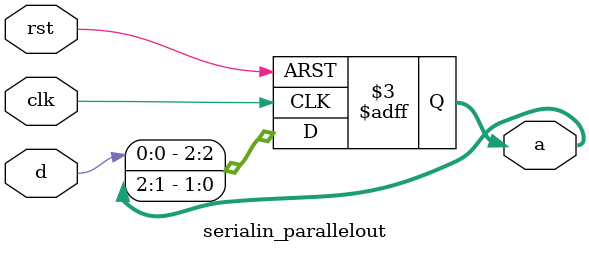
<source format=v>
module serialin_parallelout(rst,clk,d,a);
    input rst,clk,d;
    output [2:0]a;
    reg [2:0]a;
    always @(negedge rst,posedge clk)
    if (rst==0)
    a=3'b000;
    else 
    begin
    a[2]<=d;
    a[1]<=a[2];
    a[0]<=a[1];
    end

    

endmodule

</source>
